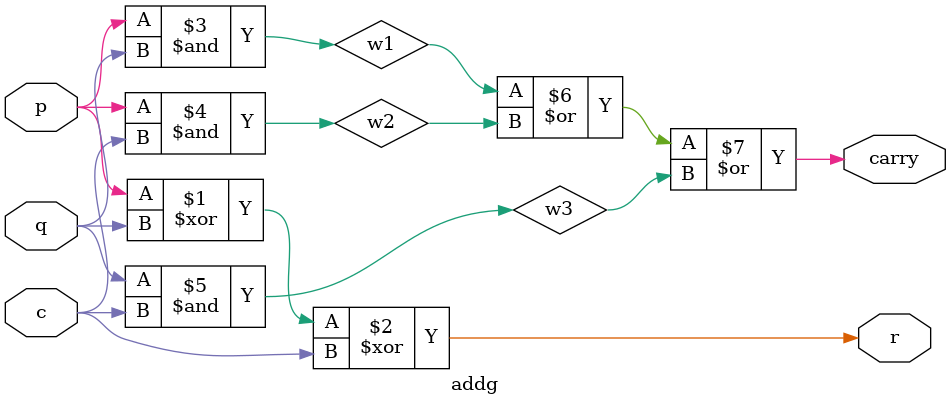
<source format=v>
`timescale 1ns / 1ps

module addg(p,q,c,r,carry);

input p;
input q;
input c;
output r;
output carry;

wire w1, w2, w3;

xor gate1(r, p, q, c);
and gate2(w1, p, q);
and gate3(w2, p, c);
and gate4(w3, q, c);
or gate5(carry, w1, w2, w3);

endmodule
</source>
